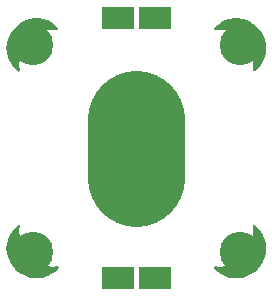
<source format=gbr>
G04 EAGLE Gerber RS-274X export*
G75*
%MOMM*%
%FSLAX34Y34*%
%LPD*%
%INSoldermask Top*%
%IPPOS*%
%AMOC8*
5,1,8,0,0,1.08239X$1,22.5*%
G01*
%ADD10R,2.743200X1.981200*%
%ADD11C,8.203200*%
%ADD12C,3.419200*%

G36*
X99673Y64978D02*
X99673Y64978D01*
X99727Y64977D01*
X99813Y64999D01*
X99900Y65013D01*
X99950Y65035D01*
X100002Y65049D01*
X100062Y65087D01*
X100159Y65131D01*
X100230Y65193D01*
X100286Y65228D01*
X102994Y67644D01*
X103053Y67714D01*
X103102Y67757D01*
X105409Y70559D01*
X105456Y70636D01*
X105498Y70686D01*
X107350Y73808D01*
X107385Y73892D01*
X107419Y73947D01*
X108771Y77315D01*
X108793Y77404D01*
X108818Y77464D01*
X109639Y80999D01*
X109642Y81026D01*
X109648Y81046D01*
X109650Y81099D01*
X109663Y81153D01*
X109934Y84772D01*
X109929Y84863D01*
X109934Y84928D01*
X109649Y88546D01*
X109629Y88635D01*
X109625Y88700D01*
X108790Y92232D01*
X108757Y92317D01*
X108743Y92380D01*
X107378Y95744D01*
X107335Y95818D01*
X107335Y95819D01*
X107332Y95825D01*
X107309Y95883D01*
X105446Y98998D01*
X105402Y99052D01*
X105368Y99109D01*
X105361Y99115D01*
X105356Y99125D01*
X103038Y101918D01*
X102989Y101963D01*
X102958Y102004D01*
X100333Y104511D01*
X100259Y104564D01*
X100213Y104609D01*
X99085Y105395D01*
X97629Y106411D01*
X97235Y106685D01*
X97154Y106726D01*
X97101Y106764D01*
X93842Y108360D01*
X93755Y108388D01*
X93697Y108418D01*
X90232Y109497D01*
X90142Y109512D01*
X90080Y109532D01*
X86490Y110068D01*
X86399Y110069D01*
X86335Y110080D01*
X82706Y110061D01*
X82615Y110048D01*
X82551Y110048D01*
X78967Y109475D01*
X78880Y109448D01*
X78815Y109439D01*
X75361Y108325D01*
X75279Y108285D01*
X75217Y108266D01*
X71974Y106637D01*
X71899Y106585D01*
X71840Y106556D01*
X68884Y104450D01*
X68818Y104388D01*
X68765Y104351D01*
X66165Y101818D01*
X66132Y101775D01*
X66092Y101739D01*
X66046Y101663D01*
X65992Y101593D01*
X65972Y101542D01*
X65943Y101496D01*
X65920Y101411D01*
X65887Y101328D01*
X65882Y101275D01*
X65867Y101223D01*
X65868Y101134D01*
X65860Y101045D01*
X65870Y100992D01*
X65870Y100938D01*
X65896Y100853D01*
X65912Y100766D01*
X65936Y100718D01*
X65952Y100666D01*
X66000Y100591D01*
X66040Y100512D01*
X66076Y100472D01*
X66106Y100427D01*
X66172Y100368D01*
X66233Y100303D01*
X66279Y100275D01*
X66320Y100240D01*
X66400Y100202D01*
X66476Y100156D01*
X66528Y100142D01*
X66577Y100120D01*
X66648Y100110D01*
X66751Y100083D01*
X66844Y100085D01*
X66910Y100076D01*
X71111Y100226D01*
X75219Y99785D01*
X79222Y98764D01*
X83039Y97184D01*
X86593Y95078D01*
X89811Y92488D01*
X92629Y89467D01*
X94988Y86076D01*
X96841Y82384D01*
X98150Y78465D01*
X98889Y74401D01*
X99043Y70272D01*
X98600Y66092D01*
X98602Y66038D01*
X98595Y65985D01*
X98607Y65897D01*
X98610Y65808D01*
X98627Y65757D01*
X98635Y65703D01*
X98671Y65623D01*
X98698Y65538D01*
X98729Y65493D01*
X98751Y65444D01*
X98808Y65376D01*
X98858Y65303D01*
X98900Y65269D01*
X98935Y65227D01*
X99009Y65178D01*
X99077Y65121D01*
X99127Y65100D01*
X99171Y65070D01*
X99256Y65043D01*
X99337Y65007D01*
X99391Y65000D01*
X99443Y64984D01*
X99531Y64982D01*
X99619Y64970D01*
X99673Y64978D01*
G37*
G36*
X-99583Y64979D02*
X-99583Y64979D01*
X-99494Y64977D01*
X-99442Y64990D01*
X-99388Y64995D01*
X-99305Y65026D01*
X-99219Y65049D01*
X-99173Y65076D01*
X-99122Y65095D01*
X-99051Y65148D01*
X-98974Y65194D01*
X-98938Y65233D01*
X-98894Y65265D01*
X-98841Y65336D01*
X-98780Y65401D01*
X-98755Y65449D01*
X-98723Y65492D01*
X-98691Y65575D01*
X-98650Y65654D01*
X-98640Y65707D01*
X-98621Y65757D01*
X-98616Y65829D01*
X-98596Y65933D01*
X-98604Y66026D01*
X-98600Y66092D01*
X-99043Y70272D01*
X-98889Y74401D01*
X-98150Y78465D01*
X-96841Y82384D01*
X-94988Y86076D01*
X-92629Y89467D01*
X-89811Y92488D01*
X-86593Y95078D01*
X-83039Y97184D01*
X-79222Y98764D01*
X-75219Y99785D01*
X-71111Y100226D01*
X-66910Y100076D01*
X-66856Y100082D01*
X-66803Y100078D01*
X-66716Y100096D01*
X-66627Y100106D01*
X-66577Y100126D01*
X-66525Y100137D01*
X-66446Y100179D01*
X-66364Y100213D01*
X-66321Y100246D01*
X-66274Y100271D01*
X-66210Y100333D01*
X-66141Y100388D01*
X-66109Y100432D01*
X-66070Y100470D01*
X-66026Y100547D01*
X-65975Y100619D01*
X-65957Y100670D01*
X-65930Y100717D01*
X-65909Y100803D01*
X-65879Y100887D01*
X-65876Y100941D01*
X-65863Y100993D01*
X-65867Y101082D01*
X-65862Y101171D01*
X-65874Y101224D01*
X-65876Y101277D01*
X-65904Y101362D01*
X-65924Y101448D01*
X-65950Y101496D01*
X-65967Y101547D01*
X-66009Y101605D01*
X-66060Y101698D01*
X-66126Y101764D01*
X-66165Y101818D01*
X-68765Y104351D01*
X-68838Y104404D01*
X-68884Y104450D01*
X-71840Y106556D01*
X-71921Y106598D01*
X-71974Y106637D01*
X-75217Y108266D01*
X-75303Y108295D01*
X-75361Y108325D01*
X-78815Y109439D01*
X-78905Y109455D01*
X-78967Y109475D01*
X-82551Y110048D01*
X-82641Y110050D01*
X-82706Y110061D01*
X-86335Y110080D01*
X-86425Y110067D01*
X-86490Y110068D01*
X-90080Y109532D01*
X-90167Y109506D01*
X-90232Y109497D01*
X-93697Y108418D01*
X-93779Y108379D01*
X-93842Y108360D01*
X-97101Y106764D01*
X-97177Y106713D01*
X-97235Y106685D01*
X-100213Y104609D01*
X-100279Y104547D01*
X-100333Y104511D01*
X-102958Y102004D01*
X-103000Y101952D01*
X-103038Y101918D01*
X-105356Y99125D01*
X-105404Y99047D01*
X-105446Y98998D01*
X-107309Y95883D01*
X-107344Y95799D01*
X-107378Y95744D01*
X-108743Y92380D01*
X-108765Y92292D01*
X-108790Y92232D01*
X-109625Y88700D01*
X-109633Y88609D01*
X-109649Y88546D01*
X-109934Y84928D01*
X-109929Y84837D01*
X-109934Y84772D01*
X-109663Y81153D01*
X-109655Y81118D01*
X-109656Y81098D01*
X-109642Y81047D01*
X-109639Y80999D01*
X-108818Y77464D01*
X-108785Y77379D01*
X-108771Y77315D01*
X-107419Y73947D01*
X-107373Y73868D01*
X-107350Y73808D01*
X-105498Y70686D01*
X-105441Y70615D01*
X-105409Y70559D01*
X-103102Y67757D01*
X-103035Y67695D01*
X-102994Y67644D01*
X-100286Y65228D01*
X-100241Y65198D01*
X-100202Y65161D01*
X-100123Y65120D01*
X-100049Y65070D01*
X-99998Y65054D01*
X-99950Y65029D01*
X-99863Y65011D01*
X-99778Y64984D01*
X-99724Y64983D01*
X-99671Y64972D01*
X-99583Y64979D01*
G37*
G36*
X-82706Y-110061D02*
X-82706Y-110061D01*
X-82615Y-110048D01*
X-82551Y-110048D01*
X-78967Y-109475D01*
X-78880Y-109448D01*
X-78815Y-109439D01*
X-75361Y-108325D01*
X-75279Y-108285D01*
X-75217Y-108266D01*
X-71974Y-106637D01*
X-71899Y-106585D01*
X-71840Y-106556D01*
X-68884Y-104450D01*
X-68818Y-104388D01*
X-68765Y-104351D01*
X-66165Y-101818D01*
X-66132Y-101775D01*
X-66092Y-101739D01*
X-66046Y-101663D01*
X-65992Y-101593D01*
X-65972Y-101542D01*
X-65943Y-101496D01*
X-65920Y-101411D01*
X-65887Y-101328D01*
X-65882Y-101275D01*
X-65867Y-101223D01*
X-65868Y-101134D01*
X-65860Y-101045D01*
X-65870Y-100992D01*
X-65870Y-100938D01*
X-65896Y-100853D01*
X-65912Y-100766D01*
X-65936Y-100718D01*
X-65952Y-100666D01*
X-66000Y-100591D01*
X-66040Y-100512D01*
X-66076Y-100472D01*
X-66106Y-100427D01*
X-66172Y-100368D01*
X-66233Y-100303D01*
X-66279Y-100275D01*
X-66320Y-100240D01*
X-66400Y-100202D01*
X-66476Y-100156D01*
X-66528Y-100142D01*
X-66577Y-100120D01*
X-66648Y-100110D01*
X-66751Y-100083D01*
X-66844Y-100085D01*
X-66910Y-100076D01*
X-71111Y-100226D01*
X-75219Y-99785D01*
X-79222Y-98764D01*
X-83039Y-97184D01*
X-86593Y-95078D01*
X-89811Y-92488D01*
X-92629Y-89467D01*
X-94988Y-86076D01*
X-96841Y-82384D01*
X-98150Y-78465D01*
X-98889Y-74401D01*
X-99043Y-70272D01*
X-98600Y-66092D01*
X-98602Y-66038D01*
X-98595Y-65985D01*
X-98607Y-65897D01*
X-98610Y-65808D01*
X-98627Y-65757D01*
X-98635Y-65703D01*
X-98671Y-65623D01*
X-98698Y-65538D01*
X-98729Y-65493D01*
X-98751Y-65444D01*
X-98808Y-65376D01*
X-98858Y-65303D01*
X-98900Y-65269D01*
X-98935Y-65227D01*
X-99009Y-65178D01*
X-99077Y-65121D01*
X-99127Y-65100D01*
X-99171Y-65070D01*
X-99256Y-65043D01*
X-99337Y-65007D01*
X-99391Y-65000D01*
X-99443Y-64984D01*
X-99531Y-64982D01*
X-99619Y-64970D01*
X-99673Y-64978D01*
X-99727Y-64977D01*
X-99813Y-64999D01*
X-99900Y-65013D01*
X-99950Y-65035D01*
X-100002Y-65049D01*
X-100062Y-65087D01*
X-100159Y-65131D01*
X-100230Y-65193D01*
X-100286Y-65228D01*
X-102994Y-67644D01*
X-103053Y-67714D01*
X-103102Y-67757D01*
X-105409Y-70559D01*
X-105456Y-70636D01*
X-105498Y-70686D01*
X-107350Y-73808D01*
X-107385Y-73892D01*
X-107419Y-73947D01*
X-108771Y-77315D01*
X-108793Y-77404D01*
X-108818Y-77464D01*
X-109639Y-80999D01*
X-109647Y-81090D01*
X-109663Y-81153D01*
X-109934Y-84772D01*
X-109929Y-84863D01*
X-109934Y-84928D01*
X-109649Y-88546D01*
X-109629Y-88635D01*
X-109625Y-88700D01*
X-108790Y-92232D01*
X-108757Y-92317D01*
X-108743Y-92380D01*
X-107378Y-95744D01*
X-107332Y-95822D01*
X-107309Y-95883D01*
X-105446Y-98998D01*
X-105388Y-99069D01*
X-105356Y-99125D01*
X-103038Y-101918D01*
X-102989Y-101963D01*
X-102958Y-102004D01*
X-100333Y-104511D01*
X-100259Y-104564D01*
X-100213Y-104609D01*
X-99913Y-104818D01*
X-98457Y-105834D01*
X-97235Y-106685D01*
X-97154Y-106726D01*
X-97101Y-106764D01*
X-93842Y-108360D01*
X-93755Y-108388D01*
X-93697Y-108418D01*
X-90232Y-109497D01*
X-90142Y-109512D01*
X-90080Y-109532D01*
X-86490Y-110068D01*
X-86399Y-110069D01*
X-86335Y-110080D01*
X-82706Y-110061D01*
G37*
G36*
X86425Y-110067D02*
X86425Y-110067D01*
X86490Y-110068D01*
X90080Y-109532D01*
X90167Y-109506D01*
X90232Y-109497D01*
X93697Y-108418D01*
X93779Y-108379D01*
X93842Y-108360D01*
X97101Y-106764D01*
X97177Y-106713D01*
X97235Y-106685D01*
X100213Y-104609D01*
X100279Y-104547D01*
X100333Y-104511D01*
X102958Y-102004D01*
X103000Y-101952D01*
X103038Y-101918D01*
X105356Y-99125D01*
X105404Y-99047D01*
X105446Y-98998D01*
X107309Y-95883D01*
X107344Y-95799D01*
X107378Y-95744D01*
X108743Y-92380D01*
X108765Y-92292D01*
X108790Y-92232D01*
X109625Y-88700D01*
X109633Y-88609D01*
X109649Y-88546D01*
X109934Y-84928D01*
X109929Y-84837D01*
X109934Y-84772D01*
X109663Y-81153D01*
X109643Y-81064D01*
X109639Y-80999D01*
X108818Y-77464D01*
X108785Y-77379D01*
X108771Y-77315D01*
X107419Y-73947D01*
X107373Y-73868D01*
X107350Y-73808D01*
X105498Y-70686D01*
X105441Y-70615D01*
X105409Y-70559D01*
X103102Y-67757D01*
X103035Y-67695D01*
X102994Y-67644D01*
X100286Y-65228D01*
X100241Y-65198D01*
X100202Y-65161D01*
X100123Y-65120D01*
X100049Y-65070D01*
X99998Y-65054D01*
X99950Y-65029D01*
X99863Y-65011D01*
X99778Y-64984D01*
X99724Y-64983D01*
X99671Y-64972D01*
X99583Y-64979D01*
X99494Y-64977D01*
X99442Y-64990D01*
X99388Y-64995D01*
X99305Y-65026D01*
X99219Y-65049D01*
X99173Y-65076D01*
X99122Y-65095D01*
X99051Y-65148D01*
X98974Y-65194D01*
X98938Y-65233D01*
X98894Y-65265D01*
X98841Y-65336D01*
X98780Y-65401D01*
X98755Y-65449D01*
X98723Y-65492D01*
X98691Y-65575D01*
X98650Y-65654D01*
X98640Y-65707D01*
X98621Y-65757D01*
X98616Y-65829D01*
X98596Y-65933D01*
X98604Y-66026D01*
X98600Y-66092D01*
X99043Y-70272D01*
X98889Y-74401D01*
X98150Y-78465D01*
X96841Y-82384D01*
X94988Y-86076D01*
X92629Y-89467D01*
X89811Y-92488D01*
X86593Y-95078D01*
X83039Y-97184D01*
X79222Y-98764D01*
X75219Y-99785D01*
X71111Y-100226D01*
X66910Y-100076D01*
X66856Y-100082D01*
X66803Y-100078D01*
X66716Y-100096D01*
X66627Y-100106D01*
X66577Y-100126D01*
X66525Y-100137D01*
X66446Y-100179D01*
X66364Y-100213D01*
X66321Y-100246D01*
X66274Y-100271D01*
X66210Y-100333D01*
X66141Y-100388D01*
X66109Y-100432D01*
X66070Y-100470D01*
X66026Y-100547D01*
X65975Y-100619D01*
X65957Y-100670D01*
X65930Y-100717D01*
X65909Y-100803D01*
X65879Y-100887D01*
X65876Y-100941D01*
X65863Y-100993D01*
X65867Y-101082D01*
X65862Y-101171D01*
X65874Y-101224D01*
X65876Y-101277D01*
X65904Y-101362D01*
X65924Y-101448D01*
X65950Y-101496D01*
X65967Y-101547D01*
X66009Y-101605D01*
X66060Y-101698D01*
X66126Y-101764D01*
X66165Y-101818D01*
X68765Y-104351D01*
X68838Y-104404D01*
X68884Y-104450D01*
X71840Y-106556D01*
X71921Y-106598D01*
X71974Y-106637D01*
X75217Y-108266D01*
X75303Y-108295D01*
X75361Y-108325D01*
X78815Y-109439D01*
X78905Y-109455D01*
X78967Y-109475D01*
X82551Y-110048D01*
X82641Y-110050D01*
X82706Y-110061D01*
X86335Y-110080D01*
X86425Y-110067D01*
G37*
D10*
X-15500Y-110000D03*
D11*
X0Y-25000D02*
X0Y25000D01*
D10*
X-15500Y110000D03*
X15500Y-110000D03*
X15500Y110000D03*
D12*
X87630Y-87630D03*
X-87630Y-87630D03*
X87630Y87630D03*
X-87630Y87630D03*
M02*

</source>
